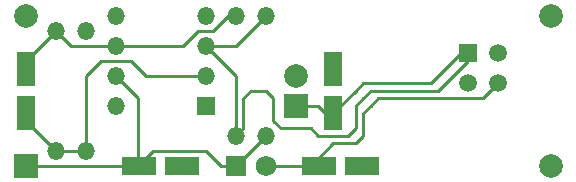
<source format=gtl>
G04 (created by PCBNEW (22-Jun-2014 BZR 4027)-stable) date Sun 29 Apr 2018 06:27:27 PM CDT*
%MOIN*%
G04 Gerber Fmt 3.4, Leading zero omitted, Abs format*
%FSLAX34Y34*%
G01*
G70*
G90*
G04 APERTURE LIST*
%ADD10C,0.00590551*%
%ADD11R,0.059X0.059*%
%ADD12C,0.059*%
%ADD13O,0.059X0.059*%
%ADD14R,0.059X0.114*%
%ADD15R,0.114X0.059*%
%ADD16R,0.069X0.069*%
%ADD17C,0.069*%
%ADD18C,0.079*%
%ADD19R,0.079X0.079*%
%ADD20C,0.01*%
G04 APERTURE END LIST*
G54D10*
G54D11*
X79750Y-55250D03*
G54D12*
X80750Y-56250D03*
X80750Y-55250D03*
X79750Y-56250D03*
G54D13*
X66000Y-54500D03*
X66000Y-58500D03*
X67000Y-58500D03*
X67000Y-54500D03*
X72000Y-54000D03*
X72000Y-58000D03*
G54D11*
X71000Y-57000D03*
G54D13*
X71000Y-56000D03*
X71000Y-55000D03*
X71000Y-54000D03*
X68000Y-54000D03*
X68000Y-55000D03*
X68000Y-57000D03*
X68000Y-56000D03*
G54D14*
X75250Y-57225D03*
X75250Y-55775D03*
X65000Y-55775D03*
X65000Y-57225D03*
G54D15*
X68775Y-59000D03*
X70225Y-59000D03*
X74775Y-59000D03*
X76225Y-59000D03*
G54D13*
X73000Y-58000D03*
X73000Y-54000D03*
G54D16*
X72000Y-59000D03*
G54D17*
X73000Y-59000D03*
G54D18*
X65000Y-54000D03*
X82500Y-54000D03*
X82500Y-59000D03*
G54D19*
X65000Y-59000D03*
G54D18*
X74000Y-56000D03*
G54D19*
X74000Y-57000D03*
G54D20*
X79250Y-55500D02*
X79500Y-55250D01*
X76000Y-56500D02*
X76250Y-56250D01*
X75250Y-57250D02*
X76000Y-56500D01*
X75250Y-57500D02*
X75250Y-57250D01*
X76250Y-56250D02*
X78500Y-56250D01*
X79250Y-55500D02*
X78500Y-56250D01*
X79500Y-55250D02*
X79750Y-55250D01*
X72000Y-58000D02*
X72250Y-57750D01*
X73250Y-56750D02*
X73250Y-57500D01*
X73000Y-56500D02*
X73250Y-56750D01*
X72500Y-56500D02*
X73000Y-56500D01*
X72250Y-56750D02*
X72500Y-56500D01*
X72250Y-57750D02*
X72250Y-56750D01*
X71000Y-55000D02*
X72000Y-55000D01*
X72000Y-55000D02*
X73000Y-54000D01*
X71000Y-55000D02*
X72000Y-56000D01*
X72000Y-57250D02*
X72000Y-58000D01*
X72000Y-56000D02*
X72000Y-57250D01*
X74000Y-57000D02*
X74750Y-57000D01*
X74750Y-57000D02*
X75250Y-57500D01*
X79500Y-55750D02*
X79750Y-55500D01*
X78750Y-56500D02*
X79500Y-55750D01*
X76500Y-56500D02*
X78750Y-56500D01*
X76000Y-57000D02*
X76250Y-56750D01*
X76000Y-57750D02*
X76000Y-57000D01*
X75750Y-58000D02*
X76000Y-57750D01*
X76250Y-56750D02*
X76500Y-56500D01*
X79750Y-55500D02*
X79750Y-55250D01*
X73500Y-57750D02*
X74500Y-57750D01*
X73250Y-57500D02*
X73500Y-57750D01*
X74750Y-58000D02*
X75750Y-58000D01*
X74500Y-57750D02*
X74750Y-58000D01*
X75750Y-58000D02*
X75500Y-58000D01*
X75500Y-58000D02*
X75750Y-58000D01*
X80750Y-56250D02*
X80250Y-56750D01*
X80000Y-56750D02*
X80250Y-56750D01*
X76750Y-56750D02*
X79250Y-56750D01*
X79250Y-56750D02*
X80000Y-56750D01*
X75250Y-58250D02*
X74500Y-59000D01*
X76250Y-57250D02*
X76500Y-57000D01*
X76250Y-58000D02*
X76250Y-57250D01*
X76000Y-58250D02*
X76250Y-58000D01*
X75250Y-58250D02*
X76000Y-58250D01*
X76500Y-57000D02*
X76750Y-56750D01*
X73000Y-59000D02*
X74500Y-59000D01*
X68000Y-55000D02*
X70250Y-55000D01*
X71750Y-54000D02*
X72000Y-54000D01*
X71250Y-54500D02*
X71750Y-54000D01*
X70750Y-54500D02*
X71250Y-54500D01*
X70250Y-55000D02*
X70750Y-54500D01*
X66000Y-54500D02*
X66500Y-55000D01*
X66500Y-55000D02*
X68000Y-55000D01*
X65000Y-55500D02*
X66000Y-54500D01*
X67000Y-58500D02*
X67000Y-56000D01*
X69000Y-56000D02*
X71000Y-56000D01*
X68500Y-55500D02*
X69000Y-56000D01*
X67500Y-55500D02*
X68500Y-55500D01*
X67000Y-56000D02*
X67500Y-55500D01*
X66000Y-58500D02*
X67000Y-58500D01*
X65000Y-57500D02*
X66000Y-58500D01*
X72000Y-59000D02*
X73000Y-58000D01*
X68500Y-59000D02*
X68750Y-59000D01*
X71500Y-59000D02*
X72000Y-59000D01*
X71000Y-58500D02*
X71500Y-59000D01*
X69250Y-58500D02*
X71000Y-58500D01*
X68750Y-59000D02*
X69250Y-58500D01*
X65000Y-59000D02*
X68500Y-59000D01*
X68000Y-56000D02*
X68750Y-56750D01*
X68750Y-58750D02*
X68500Y-59000D01*
X68750Y-56750D02*
X68750Y-58750D01*
M02*

</source>
